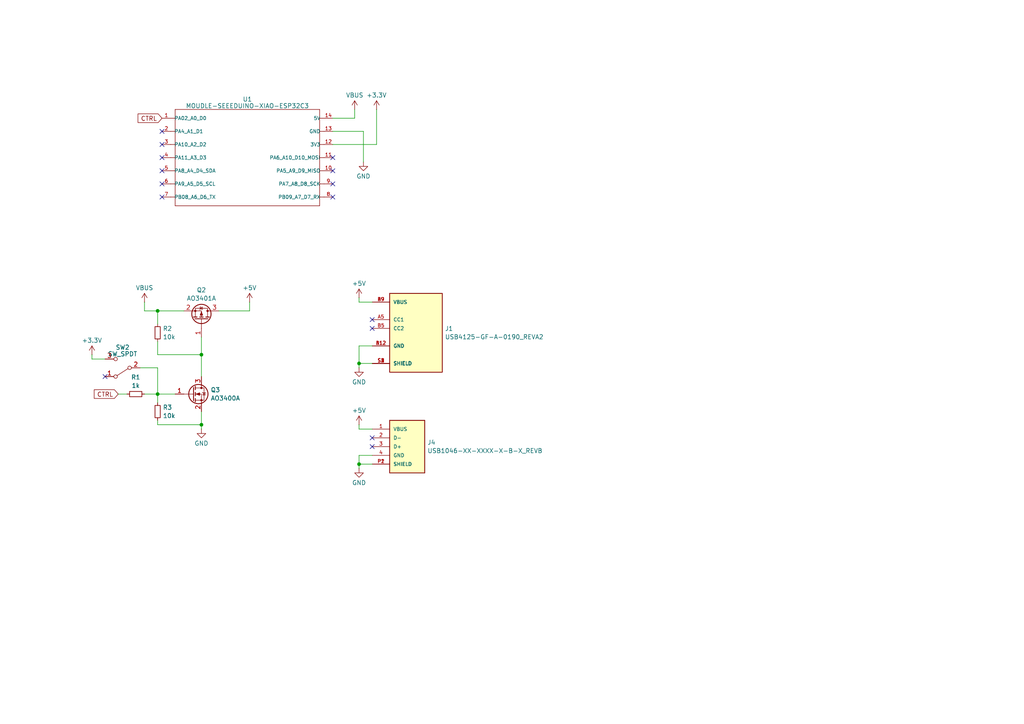
<source format=kicad_sch>
(kicad_sch (version 20231120) (generator "eeschema") (generator_version "8.0")
  (paper "A4")
  (lib_symbols
    (symbol "+5V_1" (power) (pin_numbers hide) (pin_names (offset 0) hide)
      (property "Value" "+5V" (at 0 3.556 0))
      (symbol "+5V_1_0_1"
        (polyline (pts (xy -0.762 1.27) (xy 0 2.54)))
        (polyline (pts (xy 0 0) (xy 0 2.54)))
        (polyline (pts (xy 0 2.54) (xy 0.762 1.27)))
      )
      (symbol "+5V_1_1_1"
        (pin power_in line (at 0 0 90) (length 0) (name "~") (number "1"))
      )
    )
    (symbol "Device:R_Small" (pin_numbers hide) (pin_names (offset 0.254) hide)
      (property "Reference" "R" (at 0.762 0.508 0))
      (property "Value" "R_Small" (at 0.762 -1.016 0))
      (symbol "R_Small_0_1"
        (rectangle (start -0.762 1.778) (end 0.762 -1.778) (stroke (width 0.2032)))
      )
      (symbol "R_Small_1_1"
        (pin passive line (at 0 2.54 270) (length 0.762) (name "~") (number "1"))
        (pin passive line (at 0 -2.54 90) (length 0.762) (name "~") (number "2"))
      )
    )
    (symbol "GND_1" (power) (pin_numbers hide) (pin_names (offset 0) hide)
      (property "Value" "GND" (at 0 -3.81 0))
      (symbol "GND_1_0_1"
        (polyline (pts (xy 0 0) (xy 0 -1.27) (xy 1.27 -1.27) (xy 0 -2.54) (xy -1.27 -1.27) (xy 0 -1.27)))
      )
      (symbol "GND_1_1_1"
        (pin power_in line (at 0 0 270) (length 0) (name "~") (number "1"))
      )
    )
    (symbol "MOUDLE-SEEEDUINO-XIAO-ESP32C3:MOUDLE-SEEEDUINO-XIAO-ESP32C3" (pin_names (offset 1.016))
      (property "Reference" "U" (at -21.59 15.24 0))
      (property "Value" "MOUDLE-SEEEDUINO-XIAO-ESP32C3" (at -21.59 13.97 0))
      (symbol "MOUDLE-SEEEDUINO-XIAO-ESP32C3_0_0"
        (polyline (pts (xy -21.59 -13.97) (xy -21.59 0)) (stroke (width 0.1524)))
        (polyline (pts (xy -21.59 -11.43) (xy -22.86 -11.43)) (stroke (width 0.1524)))
        (polyline (pts (xy -21.59 -7.62) (xy -22.86 -7.62)) (stroke (width 0.1524)))
        (polyline (pts (xy -21.59 -3.81) (xy -22.86 -3.81)) (stroke (width 0.1524)))
        (polyline (pts (xy -21.59 0) (xy -22.86 0)) (stroke (width 0.1524)))
        (polyline (pts (xy -21.59 0) (xy -21.59 3.81)) (stroke (width 0.1524)))
        (polyline (pts (xy -21.59 3.81) (xy -22.86 3.81)) (stroke (width 0.1524)))
        (polyline (pts (xy -21.59 3.81) (xy -21.59 7.62)) (stroke (width 0.1524)))
        (polyline (pts (xy -21.59 7.62) (xy -22.86 7.62)) (stroke (width 0.1524)))
        (polyline (pts (xy -21.59 7.62) (xy -21.59 11.43)) (stroke (width 0.1524)))
        (polyline (pts (xy -21.59 11.43) (xy -22.86 11.43)) (stroke (width 0.1524)))
        (polyline (pts (xy -21.59 11.43) (xy -21.59 13.97)) (stroke (width 0.1524)))
        (polyline (pts (xy -21.59 13.97) (xy 20.32 13.97)) (stroke (width 0.1524)))
        (polyline (pts (xy 20.32 -13.97) (xy -21.59 -13.97)) (stroke (width 0.1524)))
        (polyline (pts (xy 20.32 3.81) (xy 20.32 -13.97)) (stroke (width 0.1524)))
        (polyline (pts (xy 20.32 7.62) (xy 20.32 3.81)) (stroke (width 0.1524)))
        (polyline (pts (xy 20.32 11.43) (xy 20.32 7.62)) (stroke (width 0.1524)))
        (polyline (pts (xy 20.32 13.97) (xy 20.32 11.43)) (stroke (width 0.1524)))
        (polyline (pts (xy 21.59 -11.43) (xy 20.32 -11.43)) (stroke (width 0.1524)))
        (polyline (pts (xy 21.59 -7.62) (xy 20.32 -7.62)) (stroke (width 0.1524)))
        (polyline (pts (xy 21.59 -3.81) (xy 20.32 -3.81)) (stroke (width 0.1524)))
        (polyline (pts (xy 21.59 0) (xy 20.32 0)) (stroke (width 0.1524)))
        (polyline (pts (xy 21.59 3.81) (xy 20.32 3.81)) (stroke (width 0.1524)))
        (polyline (pts (xy 21.59 7.62) (xy 20.32 7.62)) (stroke (width 0.1524)))
        (polyline (pts (xy 21.59 11.43) (xy 20.32 11.43)) (stroke (width 0.1524)))
        (pin bidirectional line (at -25.4 11.43 0) (length 2.54) (name "PA02_A0_D0") (number "1"))
        (pin bidirectional line (at 24.13 -3.81 180) (length 2.54) (name "PA5_A9_D9_MISO") (number "10"))
        (pin bidirectional line (at 24.13 0 180) (length 2.54) (name "PA6_A10_D10_MOSI") (number "11"))
        (pin bidirectional line (at 24.13 3.81 180) (length 2.54) (name "3V3") (number "12"))
        (pin bidirectional line (at 24.13 7.62 180) (length 2.54) (name "GND") (number "13"))
        (pin bidirectional line (at 24.13 11.43 180) (length 2.54) (name "5V") (number "14"))
        (pin bidirectional line (at -25.4 7.62 0) (length 2.54) (name "PA4_A1_D1") (number "2"))
        (pin bidirectional line (at -25.4 3.81 0) (length 2.54) (name "PA10_A2_D2") (number "3"))
        (pin bidirectional line (at -25.4 0 0) (length 2.54) (name "PA11_A3_D3") (number "4"))
        (pin bidirectional line (at -25.4 -3.81 0) (length 2.54) (name "PA8_A4_D4_SDA") (number "5"))
        (pin bidirectional line (at -25.4 -7.62 0) (length 2.54) (name "PA9_A5_D5_SCL") (number "6"))
        (pin bidirectional line (at -25.4 -11.43 0) (length 2.54) (name "PB08_A6_D6_TX") (number "7"))
        (pin bidirectional line (at 24.13 -11.43 180) (length 2.54) (name "PB09_A7_D7_RX") (number "8"))
        (pin bidirectional line (at 24.13 -7.62 180) (length 2.54) (name "PA7_A8_D8_SCK") (number "9"))
      )
    )
    (symbol "Switch:SW_SPDT" (pin_names (offset 0) hide)
      (property "Reference" "SW" (at 0 4.318 0))
      (property "Value" "SW_SPDT" (at 0 -5.08 0))
      (symbol "SW_SPDT_0_0"
        (circle (center -2.032 0) (radius 0.508))
        (circle (center 2.032 -2.54) (radius 0.508))
      )
      (symbol "SW_SPDT_0_1"
        (polyline (pts (xy -1.524 0.254) (xy 1.651 2.286)))
        (circle (center 2.032 2.54) (radius 0.508))
      )
      (symbol "SW_SPDT_1_1"
        (pin passive line (at 5.08 2.54 180) (length 2.54) (name "A") (number "1"))
        (pin passive line (at -5.08 0 0) (length 2.54) (name "B") (number "2"))
        (pin passive line (at 5.08 -2.54 180) (length 2.54) (name "C") (number "3"))
      )
    )
    (symbol "Transistor_FET:AO3400A" (pin_names hide)
      (property "Reference" "Q" (at 5.08 1.905 0))
      (property "Value" "AO3400A" (at 5.08 0 0))
      (symbol "AO3400A_0_1"
        (polyline (pts (xy 0.254 0) (xy -2.54 0)))
        (polyline (pts (xy 0.254 1.905) (xy 0.254 -1.905)) (stroke (width 0.254)))
        (polyline (pts (xy 0.762 -1.27) (xy 0.762 -2.286)) (stroke (width 0.254)))
        (polyline (pts (xy 0.762 0.508) (xy 0.762 -0.508)) (stroke (width 0.254)))
        (polyline (pts (xy 0.762 2.286) (xy 0.762 1.27)) (stroke (width 0.254)))
        (polyline (pts (xy 2.54 2.54) (xy 2.54 1.778)))
        (polyline (pts (xy 2.54 -2.54) (xy 2.54 0) (xy 0.762 0)))
        (polyline (pts (xy 0.762 -1.778) (xy 3.302 -1.778) (xy 3.302 1.778) (xy 0.762 1.778)))
        (polyline (pts (xy 1.016 0) (xy 2.032 0.381) (xy 2.032 -0.381) (xy 1.016 0)) (fill (type outline)))
        (polyline (pts (xy 2.794 0.508) (xy 2.921 0.381) (xy 3.683 0.381) (xy 3.81 0.254)))
        (polyline (pts (xy 3.302 0.381) (xy 2.921 -0.254) (xy 3.683 -0.254) (xy 3.302 0.381)))
        (circle (center 1.651 0) (radius 2.794) (stroke (width 0.254)))
        (circle (center 2.54 -1.778) (radius 0.254) (fill (type outline)))
        (circle (center 2.54 1.778) (radius 0.254) (fill (type outline)))
      )
      (symbol "AO3400A_1_1"
        (pin input line (at -5.08 0 0) (length 2.54) (name "G") (number "1"))
        (pin passive line (at 2.54 -5.08 90) (length 2.54) (name "S") (number "2"))
        (pin passive line (at 2.54 5.08 270) (length 2.54) (name "D") (number "3"))
      )
    )
    (symbol "Transistor_FET:AO3401A" (pin_names hide)
      (property "Reference" "Q" (at 5.08 1.905 0))
      (property "Value" "AO3401A" (at 5.08 0 0))
      (symbol "AO3401A_0_1"
        (polyline (pts (xy 0.254 0) (xy -2.54 0)))
        (polyline (pts (xy 0.254 1.905) (xy 0.254 -1.905)) (stroke (width 0.254)))
        (polyline (pts (xy 0.762 -1.27) (xy 0.762 -2.286)) (stroke (width 0.254)))
        (polyline (pts (xy 0.762 0.508) (xy 0.762 -0.508)) (stroke (width 0.254)))
        (polyline (pts (xy 0.762 2.286) (xy 0.762 1.27)) (stroke (width 0.254)))
        (polyline (pts (xy 2.54 2.54) (xy 2.54 1.778)))
        (polyline (pts (xy 2.54 -2.54) (xy 2.54 0) (xy 0.762 0)))
        (polyline (pts (xy 0.762 1.778) (xy 3.302 1.778) (xy 3.302 -1.778) (xy 0.762 -1.778)))
        (polyline (pts (xy 2.286 0) (xy 1.27 0.381) (xy 1.27 -0.381) (xy 2.286 0)) (fill (type outline)))
        (polyline (pts (xy 2.794 -0.508) (xy 2.921 -0.381) (xy 3.683 -0.381) (xy 3.81 -0.254)))
        (polyline (pts (xy 3.302 -0.381) (xy 2.921 0.254) (xy 3.683 0.254) (xy 3.302 -0.381)))
        (circle (center 1.651 0) (radius 2.794) (stroke (width 0.254)))
        (circle (center 2.54 -1.778) (radius 0.254) (fill (type outline)))
        (circle (center 2.54 1.778) (radius 0.254) (fill (type outline)))
      )
      (symbol "AO3401A_1_1"
        (pin input line (at -5.08 0 0) (length 2.54) (name "G") (number "1"))
        (pin passive line (at 2.54 -5.08 90) (length 2.54) (name "S") (number "2"))
        (pin passive line (at 2.54 5.08 270) (length 2.54) (name "D") (number "3"))
      )
    )
    (symbol "USB1046-XX-XXXX-X-B-X_REVB:USB1046-XX-XXXX-X-B-X_REVB" (pin_names (offset 1.016))
      (property "Reference" "J" (at -5.0831 8.133 0))
      (property "Value" "USB1046-XX-XXXX-X-B-X_REVB" (at -5.0843 -10.1687 0))
      (symbol "USB1046-XX-XXXX-X-B-X_REVB_0_0"
        (rectangle (start -5.08 -7.62) (end 5.08 7.62) (stroke (width 0.254)) (fill (type background)))
        (pin power_in line (at -10.16 5.08 0) (length 5.08) (name "VBUS") (number "1"))
        (pin bidirectional line (at -10.16 2.54 0) (length 5.08) (name "D-") (number "2"))
        (pin bidirectional line (at -10.16 0 0) (length 5.08) (name "D+") (number "3"))
        (pin power_in line (at -10.16 -2.54 0) (length 5.08) (name "GND") (number "4"))
        (pin power_in line (at -10.16 -5.08 0) (length 5.08) (name "SHIELD") (number "P1"))
        (pin power_in line (at -10.16 -5.08 0) (length 5.08) (name "SHIELD") (number "P2"))
      )
    )
    (symbol "USB4125-GF-A-0190_REVA2:USB4125-GF-A-0190_REVA2" (pin_names (offset 1.016))
      (property "Reference" "J" (at -7.62 10.922 0))
      (property "Value" "USB4125-GF-A-0190_REVA2" (at -7.62 -13.462 0))
      (symbol "USB4125-GF-A-0190_REVA2_0_0"
        (rectangle (start -7.62 -12.7) (end 7.62 10.16) (stroke (width 0.254)) (fill (type background)))
        (pin power_in line (at -12.7 -5.08 0) (length 5.08) (name "GND") (number "A12"))
        (pin bidirectional line (at -12.7 2.54 0) (length 5.08) (name "CC1") (number "A5"))
        (pin power_in line (at -12.7 7.62 0) (length 5.08) (name "VBUS") (number "A9"))
        (pin power_in line (at -12.7 -5.08 0) (length 5.08) (name "GND") (number "B12"))
        (pin bidirectional line (at -12.7 0 0) (length 5.08) (name "CC2") (number "B5"))
        (pin power_in line (at -12.7 7.62 0) (length 5.08) (name "VBUS") (number "B9"))
        (pin passive line (at -12.7 -10.16 0) (length 5.08) (name "SHIELD") (number "S1"))
        (pin passive line (at -12.7 -10.16 0) (length 5.08) (name "SHIELD") (number "S2"))
        (pin passive line (at -12.7 -10.16 0) (length 5.08) (name "SHIELD") (number "S3"))
        (pin passive line (at -12.7 -10.16 0) (length 5.08) (name "SHIELD") (number "S4"))
      )
    )
    (symbol "power:+3.3V" (power) (pin_numbers hide) (pin_names (offset 0) hide)
      (property "Value" "+3.3V" (at 0 3.556 0))
      (symbol "+3.3V_0_1"
        (polyline (pts (xy -0.762 1.27) (xy 0 2.54)))
        (polyline (pts (xy 0 0) (xy 0 2.54)))
        (polyline (pts (xy 0 2.54) (xy 0.762 1.27)))
      )
      (symbol "+3.3V_1_1"
        (pin power_in line (at 0 0 90) (length 0) (name "~") (number "1"))
      )
    )
    (symbol "power:GND" (power) (pin_names (offset 0))
      (property "Value" "GND" (at 0 -3.81 0))
      (symbol "GND_0_1"
        (polyline (pts (xy 0 0) (xy 0 -1.27) (xy 1.27 -1.27) (xy 0 -2.54) (xy -1.27 -1.27) (xy 0 -1.27)))
      )
      (symbol "GND_1_1"
        (pin power_in line (at 0 0 270) (length 0) hide (name "GND") (number "1"))
      )
    )
    (symbol "power:VBUS" (power) (pin_numbers hide) (pin_names (offset 0) hide)
      (property "Value" "VBUS" (at 0 3.556 0))
      (symbol "VBUS_0_1"
        (polyline (pts (xy -0.762 1.27) (xy 0 2.54)))
        (polyline (pts (xy 0 0) (xy 0 2.54)))
        (polyline (pts (xy 0 2.54) (xy 0.762 1.27)))
      )
      (symbol "VBUS_1_1"
        (pin power_in line (at 0 0 90) (length 0) (name "~") (number "1"))
      )
    )
  )
  (junction (at 58.42 123.19))
  (junction (at 104.14 134.62))
  (junction (at 45.72 114.3))
  (junction (at 45.72 90.17))
  (junction (at 104.14 105.41))
  (junction (at 58.42 102.87))
  (no_connect (at 96.52 49.53))
  (no_connect (at 107.95 95.25))
  (no_connect (at 107.95 92.71))
  (no_connect (at 46.99 57.15))
  (no_connect (at 46.99 49.53))
  (no_connect (at 46.99 38.1))
  (no_connect (at 46.99 53.34))
  (no_connect (at 96.52 53.34))
  (no_connect (at 96.52 57.15))
  (no_connect (at 46.99 45.72))
  (no_connect (at 107.95 129.54))
  (no_connect (at 30.48 109.22))
  (no_connect (at 46.99 41.91))
  (no_connect (at 96.52 45.72))
  (no_connect (at 107.95 127))
  (wire (pts (xy 96.52 34.29) (xy 102.87 34.29)))
  (wire (pts (xy 41.91 87.63) (xy 41.91 90.17)))
  (wire (pts (xy 41.91 90.17) (xy 45.72 90.17)))
  (wire (pts (xy 26.67 104.14) (xy 30.48 104.14)))
  (wire (pts (xy 96.52 38.1) (xy 105.41 38.1)))
  (wire (pts (xy 45.72 114.3) (xy 50.8 114.3)))
  (wire (pts (xy 105.41 38.1) (xy 105.41 46.99)))
  (wire (pts (xy 104.14 135.89) (xy 104.14 134.62)))
  (wire (pts (xy 45.72 106.68) (xy 45.72 114.3)))
  (wire (pts (xy 45.72 114.3) (xy 45.72 116.84)))
  (wire (pts (xy 104.14 132.08) (xy 104.14 134.62)))
  (wire (pts (xy 107.95 132.08) (xy 104.14 132.08)))
  (wire (pts (xy 58.42 102.87) (xy 58.42 109.22)))
  (wire (pts (xy 58.42 124.46) (xy 58.42 123.19)))
  (wire (pts (xy 72.39 87.63) (xy 72.39 90.17)))
  (wire (pts (xy 104.14 123.19) (xy 104.14 124.46)))
  (wire (pts (xy 104.14 87.63) (xy 107.95 87.63)))
  (wire (pts (xy 104.14 105.41) (xy 107.95 105.41)))
  (wire (pts (xy 109.22 31.75) (xy 109.22 41.91)))
  (wire (pts (xy 45.72 121.92) (xy 45.72 123.19)))
  (wire (pts (xy 45.72 123.19) (xy 58.42 123.19)))
  (wire (pts (xy 41.91 114.3) (xy 45.72 114.3)))
  (wire (pts (xy 63.5 90.17) (xy 72.39 90.17)))
  (wire (pts (xy 104.14 106.68) (xy 104.14 105.41)))
  (wire (pts (xy 26.67 102.87) (xy 26.67 104.14)))
  (wire (pts (xy 40.64 106.68) (xy 45.72 106.68)))
  (wire (pts (xy 58.42 102.87) (xy 58.42 97.79)))
  (wire (pts (xy 102.87 34.29) (xy 102.87 31.75)))
  (wire (pts (xy 104.14 86.36) (xy 104.14 87.63)))
  (wire (pts (xy 45.72 90.17) (xy 53.34 90.17)))
  (wire (pts (xy 34.29 114.3) (xy 36.83 114.3)))
  (wire (pts (xy 45.72 99.06) (xy 45.72 102.87)))
  (wire (pts (xy 58.42 119.38) (xy 58.42 123.19)))
  (wire (pts (xy 104.14 124.46) (xy 107.95 124.46)))
  (wire (pts (xy 104.14 134.62) (xy 107.95 134.62)))
  (wire (pts (xy 45.72 90.17) (xy 45.72 93.98)))
  (wire (pts (xy 45.72 102.87) (xy 58.42 102.87)))
  (wire (pts (xy 109.22 41.91) (xy 96.52 41.91)))
  (wire (pts (xy 104.14 100.33) (xy 104.14 105.41)))
  (wire (pts (xy 107.95 100.33) (xy 104.14 100.33)))
  (global_label "CTRL" (shape input) (at 34.29 114.3 180) (property "Intersheetrefs" "${INTERSHEET_REFS}" (effects (hide yes))))
  (global_label "CTRL" (shape input) (at 46.99 34.29 180) (property "Intersheetrefs" "${INTERSHEET_REFS}" (effects (hide yes))))
  (symbol (lib_id "Switch:SW_SPDT") (at 35.56 106.68 180) (unit 1)
    (property "Reference" "SW2" (at 35.56 100.7491 0))
    (property "Value" "SW_SPDT" (at 35.56 102.6701 0))
    (property "Footprint" "Button_Switch_SMD:SW_SPDT_PCM12" (effects (hide yes)))
    (property "Sim.Device" "SPICE" (effects (hide yes)))
    (property "Sim.Params" "model=\"* SPDT Switch SPICE Model\n* Pins: COM (Common), POS1 (Position 1), POS2 (Position 2)\n.SUBCKT SW_SPDT COM POS1 POS2 CTRL\n* CTRL is a control voltage input:\n* CTRL < 0.5V: Switch connects COM to POS1\n* CTRL > 0.5V: Switch connects COM to POS2\n\n* Switch to POS1\nS1 COM POS1 CTRL 0 SW_MODEL\n* Switch to POS2\nS2 COM POS2 CTRL 0 SW_MODEL\n\n* Switch model\n.MODEL SW_MODEL SW VON=0.5 VOFF=0.5 RON=0.1 ROFF=1MEG\n\n* Pull-down resistor for CTRL input\nR_CTRL CTRL 0 100k\n\n.ENDS SW_SPDT\"" (effects (hide yes)))
  )
  (symbol (lib_name "GND_1") (lib_id "power:GND") (at 104.14 106.68 0) (unit 1)
    (property "Reference" "#PWR012" (effects (hide yes)))
    (property "Value" "GND" (at 104.14 110.8131 0))
    (property "Description" "Power symbol creates a global label with name \"GND\" , ground" (effects (hide yes)))
  )
  (symbol (lib_name "+5V_1") (lib_id "power:+5V") (at 104.14 123.19 0) (unit 1)
    (property "Reference" "#PWR05" (effects (hide yes)))
    (property "Value" "+5V" (at 104.14 119.0569 0))
    (property "Description" "Power symbol creates a global label with name \"+5V\"" (effects (hide yes)))
  )
  (symbol (lib_id "power:+3.3V") (at 109.22 31.75 0) (unit 1)
    (property "Reference" "#PWR09" (effects (hide yes)))
    (property "Value" "+3.3V" (at 109.22 27.6169 0))
    (property "Description" "Power symbol creates a global label with name \"+3.3V\"" (effects (hide yes)))
  )
  (symbol (lib_id "USB1046-XX-XXXX-X-B-X_REVB:USB1046-XX-XXXX-X-B-X_REVB") (at 118.11 129.54 0) (unit 1)
    (property "Reference" "J4" (at 123.952 128.3278 0) (effects (justify left)))
    (property "Value" "USB1046-XX-XXXX-X-B-X_REVB" (at 123.952 130.7521 0) (effects (justify left)))
    (property "Footprint" "Connector_USB:USB_A_Receptacle_GCT_USB1046" (effects (hide yes)))
    (property "MF" "Global Connector Technology" (effects (hide yes)))
    (property "Description_1" "\nUSB-A (USB TYPE-A) USB 2.0 Receptacle Connector 4 Position Surface Mount, Through Hole\n" (effects (hide yes)))
    (property "Package" "None" (effects (hide yes)))
    (property "Price" "None" (effects (hide yes)))
    (property "Check_prices" "https://www.snapeda.com/parts/USB1046-GF-0190-L-B-A/Global+Connector+Technology/view-part/?ref=eda" (effects (hide yes)))
    (property "SnapEDA_Link" "https://www.snapeda.com/parts/USB1046-GF-0190-L-B-A/Global+Connector+Technology/view-part/?ref=snap" (effects (hide yes)))
    (property "MP" "USB1046-GF-0190-L-B-A" (effects (hide yes)))
    (property "Availability" "Not in stock" (effects (hide yes)))
    (property "MANUFACTURER" "GCT" (effects (hide yes)))
    (property "Sim.Device" "SPICE" (effects (hide yes)))
    (property "Sim.Params" "model=\".SUBCKT USB1046_SIMPLE VBUS GND DP DM TX1P TX1N RX1P RX1N CC1 CC2\n* This is a highly simplified model and does not represent all characteristics\nR_VBUS VBUS VBUS_INT 0.03\nC_VBUS VBUS_INT 0 4p\nL_VBUS VBUS_INT 0 2n\n\nR_GND GND GND_INT 0.03\nL_GND GND_INT 0 2n\n\nR_DP DP DP_INT 0.03\nC_DP DP_INT 0 2p\nL_DP DP_INT 0 3n\n\nR_DM DM DM_INT 0.03\nC_DM DM_INT 0 2p\nL_DM DM_INT 0 3n\n\n* Similar components for TX1P, TX1N, RX1P, RX1N, CC1, CC2\n.ENDS\"" (effects (hide yes)))
  )
  (symbol (lib_name "+5V_1") (lib_id "power:+5V") (at 72.39 87.63 0) (unit 1)
    (property "Reference" "#PWR04" (effects (hide yes)))
    (property "Value" "+5V" (at 72.39 83.4969 0))
    (property "Description" "Power symbol creates a global label with name \"+5V\"" (effects (hide yes)))
  )
  (symbol (lib_name "+5V_1") (lib_id "power:+5V") (at 104.14 86.36 0) (unit 1)
    (property "Reference" "#PWR03" (effects (hide yes)))
    (property "Value" "+5V" (at 104.14 82.2269 0))
    (property "Description" "Power symbol creates a global label with name \"+5V\"" (effects (hide yes)))
  )
  (symbol (lib_id "power:VBUS") (at 102.87 31.75 0) (unit 1)
    (property "Reference" "#PWR01" (effects (hide yes)))
    (property "Value" "VBUS" (at 102.87 27.6169 0))
    (property "Description" "Power symbol creates a global label with name \"VBUS\"" (effects (hide yes)))
  )
  (symbol (lib_id "power:GND") (at 105.41 46.99 0) (unit 1)
    (property "Reference" "#PWR02" (effects (hide yes)))
    (property "Value" "GND" (at 105.41 51.1255 0))
  )
  (symbol (lib_id "power:+3.3V") (at 26.67 102.87 0) (unit 1)
    (property "Reference" "#PWR011" (effects (hide yes)))
    (property "Value" "+3.3V" (at 26.67 98.7369 0))
    (property "Description" "Power symbol creates a global label with name \"+3.3V\"" (effects (hide yes)))
  )
  (symbol (lib_id "Transistor_FET:AO3400A") (at 55.88 114.3 0) (unit 1)
    (property "Reference" "Q3" (at 61.087 113.0878 0) (effects (justify left)))
    (property "Value" "AO3400A" (at 61.087 115.5121 0) (effects (justify left)))
    (property "Footprint" "Package_TO_SOT_SMD:SOT-23" (effects (hide yes)))
    (property "Datasheet" "http://www.aosmd.com/pdfs/datasheet/AO3400A.pdf" (effects (hide yes)))
    (property "Description" "30V Vds, 5.7A Id, N-Channel MOSFET, SOT-23" (effects (hide yes)))
    (property "Sim.Device" "NMOS" (effects (hide yes)))
    (property "Sim.Type" "VDMOS" (effects (hide yes)))
    (property "Sim.Pins" "1=D 2=G 3=S" (effects (hide yes)))
  )
  (symbol (lib_id "Device:R_Small") (at 45.72 119.38 0) (unit 1)
    (property "Reference" "R3" (at 47.2186 118.1678 0) (effects (justify left)))
    (property "Value" "10k" (at 47.2186 120.5921 0) (effects (justify left)))
    (property "Footprint" "Resistor_SMD:R_0603_1608Metric_Pad0.98x0.95mm_HandSolder" (effects (hide yes)))
    (property "Description" "Resistor, small symbol" (effects (hide yes)))
  )
  (symbol (lib_name "GND_1") (lib_id "power:GND") (at 58.42 124.46 0) (unit 1)
    (property "Reference" "#PWR07" (effects (hide yes)))
    (property "Value" "GND" (at 58.42 128.5931 0))
    (property "Description" "Power symbol creates a global label with name \"GND\" , ground" (effects (hide yes)))
  )
  (symbol (lib_id "Device:R_Small") (at 45.72 96.52 0) (unit 1)
    (property "Reference" "R2" (at 47.2186 95.3078 0) (effects (justify left)))
    (property "Value" "10k" (at 47.2186 97.7321 0) (effects (justify left)))
    (property "Footprint" "Resistor_SMD:R_0603_1608Metric_Pad0.98x0.95mm_HandSolder" (effects (hide yes)))
    (property "Description" "Resistor, small symbol" (effects (hide yes)))
  )
  (symbol (lib_id "Transistor_FET:AO3401A") (at 58.42 92.71 270) (mirror x) (unit 1)
    (property "Reference" "Q2" (at 58.42 84.1205 90))
    (property "Value" "AO3401A" (at 58.42 86.5448 90))
    (property "Footprint" "Package_TO_SOT_SMD:SOT-23" (effects (hide yes)))
    (property "Datasheet" "http://www.aosmd.com/pdfs/datasheet/AO3401A.pdf" (effects (hide yes)))
    (property "Description" "-4.0A Id, -30V Vds, P-Channel MOSFET, SOT-23" (effects (hide yes)))
    (property "Sim.Device" "PMES" (effects (hide yes)))
    (property "Sim.Type" "STATZ" (effects (hide yes)))
    (property "Sim.Pins" "1=D 2=G 3=S" (effects (hide yes)))
  )
  (symbol (lib_name "GND_1") (lib_id "power:GND") (at 104.14 135.89 0) (unit 1)
    (property "Reference" "#PWR013" (effects (hide yes)))
    (property "Value" "GND" (at 104.14 140.0231 0))
    (property "Description" "Power symbol creates a global label with name \"GND\" , ground" (effects (hide yes)))
  )
  (symbol (lib_id "power:VBUS") (at 41.91 87.63 0) (unit 1)
    (property "Reference" "#PWR08" (effects (hide yes)))
    (property "Value" "VBUS" (at 41.91 83.4969 0))
    (property "Description" "Power symbol creates a global label with name \"VBUS\"" (effects (hide yes)))
  )
  (symbol (lib_id "Device:R_Small") (at 39.37 114.3 270) (unit 1)
    (property "Reference" "R1" (at 39.37 109.4189 90))
    (property "Value" "1k" (at 39.37 111.8432 90))
    (property "Footprint" "Resistor_SMD:R_0603_1608Metric_Pad0.98x0.95mm_HandSolder" (effects (hide yes)))
    (property "Description" "Resistor, small symbol" (effects (hide yes)))
  )
  (symbol (lib_id "USB4125-GF-A-0190_REVA2:USB4125-GF-A-0190_REVA2") (at 120.65 95.25 0) (unit 1)
    (property "Reference" "J1" (at 129.032 95.3078 0) (effects (justify left)))
    (property "Value" "USB4125-GF-A-0190_REVA2" (at 129.032 97.7321 0) (effects (justify left)))
    (property "Footprint" "Connector_USB:USB_C_Receptacle_GCT_USB4125-xx-x-0190_6P_TopMnt_Horizontal" (effects (hide yes)))
    (property "MF" "Global Connector Technology" (effects (hide yes)))
    (property "MAXIMUM_PACKAGE_HEIGHT" "3.16 mm" (effects (hide yes)))
    (property "Package" "None" (effects (hide yes)))
    (property "Price" "None" (effects (hide yes)))
    (property "Check_prices" "https://www.snapeda.com/parts/USB4125-GF-A-0190/Global+Connector+Technology/view-part/?ref=eda" (effects (hide yes)))
    (property "STANDARD" "Manufacturer Recommendations" (effects (hide yes)))
    (property "PARTREV" "Rev A2" (effects (hide yes)))
    (property "SnapEDA_Link" "https://www.snapeda.com/parts/USB4125-GF-A-0190/Global+Connector+Technology/view-part/?ref=snap" (effects (hide yes)))
    (property "MP" "USB4125-GF-A-0190" (effects (hide yes)))
    (property "Description_1" "\nUSB-C (USB TYPE-C) USB 2.0 Receptacle Connector 24 (6+18 Dummy) Position Surface Mount, Right Angle; Through Hole\n" (effects (hide yes)))
    (property "Availability" "In Stock" (effects (hide yes)))
    (property "MANUFACTURER" "GCT" (effects (hide yes)))
    (property "Sim.Device" "SPICE" (effects (hide yes)))
    (property "Sim.Params" "model=\".SUBCKT USB4125_GF_A_0190_SIMPLE VBUS GND DP DM TX1P TX1N RX1P RX1N CC1 CC2\n* This is a highly simplified model and does not represent all characteristics\nR_VBUS VBUS VBUS_INT 0.03\nC_VBUS VBUS_INT 0 5p\nL_VBUS VBUS_INT 0 2n\n\nR_GND GND GND_INT 0.03\nL_GND GND_INT 0 2n\n\nR_DP DP DP_INT 0.03\nC_DP DP_INT 0 3p\nL_DP DP_INT 0 3n\n\nR_DM DM DM_INT 0.03\nC_DM DM_INT 0 3p\nL_DM DM_INT 0 3n\n\n* Similar components for TX1P, TX1N, RX1P, RX1N, CC1, CC2\n.ENDS\"" (effects (hide yes)))
  )
  (symbol (lib_id "MOUDLE-SEEEDUINO-XIAO-ESP32C3:MOUDLE-SEEEDUINO-XIAO-ESP32C3") (at 72.39 45.72 0) (unit 1)
    (property "Reference" "U1" (at 71.755 28.7909 0))
    (property "Value" "MOUDLE-SEEEDUINO-XIAO-ESP32C3" (at 71.755 30.7119 0))
    (property "Footprint" "RF_Module:MCU_Seeed_ESP32C3" (effects (hide yes)))
    (property "Sim.Device" "SPICE" (effects (hide yes)))
    (property "Sim.Params" "model=\"* Seeeduino XIAO ESP32-C3 simplified SPICE model\n* Pins: 3V3, GND, D0, D1, D2, D3, D4, D5, D6, D7, D8, D9, D10\n.SUBCKT XIAO_ESP32C3 3V3 GND D0 D1 D2 D3 D4 D5 D6 D7 D8 D9 D10\n* 3.3V power supply\nV_3V3 3V3_INT GND 3.3\nR_3V3 3V3_INT 3V3 0.1\n\n* Digital I/O pins (D0-D10)\n* Each pin modeled with series resistance and capacitance to GND\nR_D0 D0 D0_INT 100\nC_D0 D0_INT GND 5p\nR_D1 D1 D1_INT 100\nC_D1 D1_INT GND 5p\nR_D2 D2 D2_INT 100\nC_D2 D2_INT GND 5p\nR_D3 D3 D3_INT 100\nC_D3 D3_INT GND 5p\nR_D4 D4 D4_INT 100\nC_D4 D4_INT GND 5p\nR_D5 D5 D5_INT 100\nC_D5 D5_INT GND 5p\nR_D6 D6 D6_INT 100\nC_D6 D6_INT GND 5p\nR_D7 D7 D7_INT 100\nC_D7 D7_INT GND 5p\nR_D8 D8 D8_INT 100\nC_D8 D8_INT GND 5p\nR_D9 D9 D9_INT 100\nC_D9 D9_INT GND 5p\nR_D10 D10 D10_INT 100\nC_D10 D10_INT GND 5p\n\n* Protection diodes for I/O pins\nD_D0_P D0_INT 3V3 DMOD\nD_D0_N GND D0_INT DMOD\nD_D1_P D1_INT 3V3 DMOD\nD_D1_N GND D1_INT DMOD\nD_D2_P D2_INT 3V3 DMOD\nD_D2_N GND D2_INT DMOD\nD_D3_P D3_INT 3V3 DMOD\nD_D3_N GND D3_INT DMOD\nD_D4_P D4_INT 3V3 DMOD\nD_D4_N GND D4_INT DMOD\nD_D5_P D5_INT 3V3 DMOD\nD_D5_N GND D5_INT DMOD\nD_D6_P D6_INT 3V3 DMOD\nD_D6_N GND D6_INT DMOD\nD_D7_P D7_INT 3V3 DMOD\nD_D7_N GND D7_INT DMOD\nD_D8_P D8_INT 3V3 DMOD\nD_D8_N GND D8_INT DMOD\nD_D9_P D9_INT 3V3 DMOD\nD_D9_N GND D9_INT DMOD\nD_D10_P D10_INT 3V3 DMOD\nD_D10_N GND D10_INT DMOD\n\n* Diode model\n.MODEL DMOD D\n\n.ENDS XIAO_ESP32C3\"" (effects (hide yes)))
  )
)
</source>
